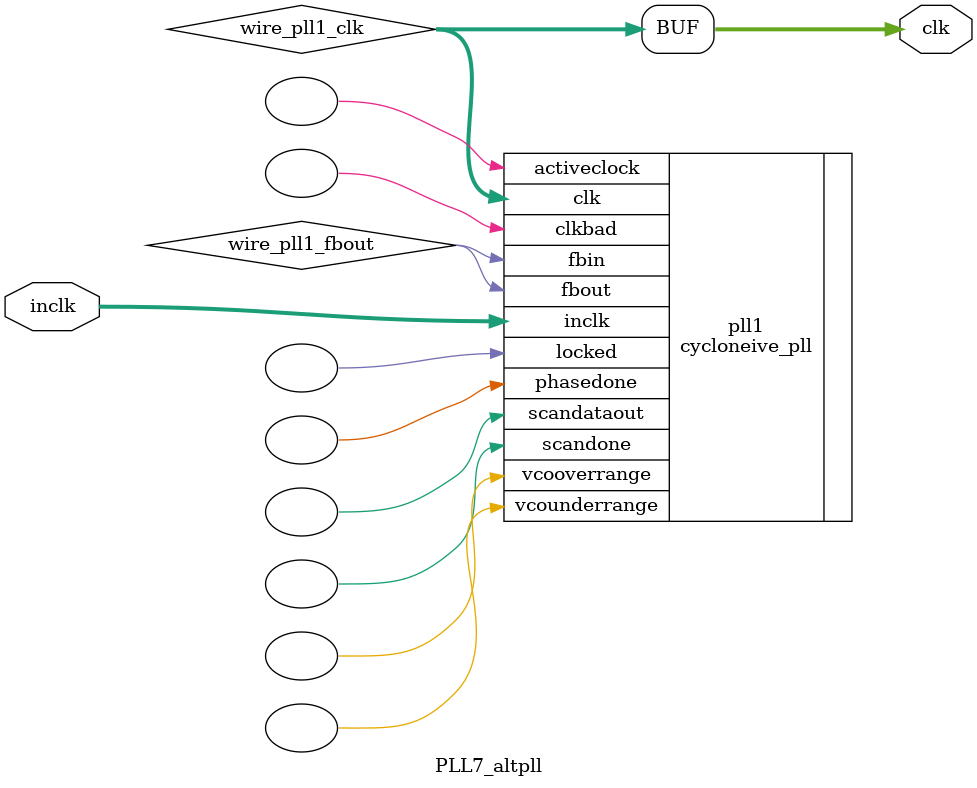
<source format=v>






//synthesis_resources = cycloneive_pll 1 
//synopsys translate_off
`timescale 1 ps / 1 ps
//synopsys translate_on
module  PLL7_altpll
	( 
	clk,
	inclk) /* synthesis synthesis_clearbox=1 */;
	output   [4:0]  clk;
	input   [1:0]  inclk;
`ifndef ALTERA_RESERVED_QIS
// synopsys translate_off
`endif
	tri0   [1:0]  inclk;
`ifndef ALTERA_RESERVED_QIS
// synopsys translate_on
`endif

	wire  [4:0]   wire_pll1_clk;
	wire  wire_pll1_fbout;

	cycloneive_pll   pll1
	( 
	.activeclock(),
	.clk(wire_pll1_clk),
	.clkbad(),
	.fbin(wire_pll1_fbout),
	.fbout(wire_pll1_fbout),
	.inclk(inclk),
	.locked(),
	.phasedone(),
	.scandataout(),
	.scandone(),
	.vcooverrange(),
	.vcounderrange()
	`ifndef FORMAL_VERIFICATION
	// synopsys translate_off
	`endif
	,
	.areset(1'b0),
	.clkswitch(1'b0),
	.configupdate(1'b0),
	.pfdena(1'b1),
	.phasecounterselect({3{1'b0}}),
	.phasestep(1'b0),
	.phaseupdown(1'b0),
	.scanclk(1'b0),
	.scanclkena(1'b1),
	.scandata(1'b0)
	`ifndef FORMAL_VERIFICATION
	// synopsys translate_on
	`endif
	);
	defparam
		pll1.bandwidth_type = "auto",
		pll1.clk0_divide_by = 1,
		pll1.clk0_duty_cycle = 50,
		pll1.clk0_multiply_by = 1,
		pll1.clk0_phase_shift = "0",
		pll1.clk1_divide_by = 1,
		pll1.clk1_duty_cycle = 50,
		pll1.clk1_multiply_by = 3,
		pll1.clk1_phase_shift = "0",
		pll1.compensate_clock = "clk0",
		pll1.inclk0_input_frequency = 40000,
		pll1.operation_mode = "normal",
		pll1.pll_type = "auto",
		pll1.lpm_type = "cycloneive_pll";
	assign
		clk = {wire_pll1_clk[4:0]};
endmodule //PLL7_altpll
//VALID FILE

</source>
